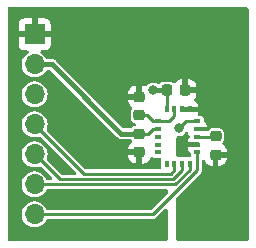
<source format=gbr>
%TF.GenerationSoftware,KiCad,Pcbnew,7.0.2-0*%
%TF.CreationDate,2023-06-08T14:15:14-07:00*%
%TF.ProjectId,ADXRS290BCEZ_gyro,41445852-5332-4393-9042-43455a5f6779,rev?*%
%TF.SameCoordinates,Original*%
%TF.FileFunction,Copper,L1,Top*%
%TF.FilePolarity,Positive*%
%FSLAX46Y46*%
G04 Gerber Fmt 4.6, Leading zero omitted, Abs format (unit mm)*
G04 Created by KiCad (PCBNEW 7.0.2-0) date 2023-06-08 14:15:14*
%MOMM*%
%LPD*%
G01*
G04 APERTURE LIST*
G04 Aperture macros list*
%AMRoundRect*
0 Rectangle with rounded corners*
0 $1 Rounding radius*
0 $2 $3 $4 $5 $6 $7 $8 $9 X,Y pos of 4 corners*
0 Add a 4 corners polygon primitive as box body*
4,1,4,$2,$3,$4,$5,$6,$7,$8,$9,$2,$3,0*
0 Add four circle primitives for the rounded corners*
1,1,$1+$1,$2,$3*
1,1,$1+$1,$4,$5*
1,1,$1+$1,$6,$7*
1,1,$1+$1,$8,$9*
0 Add four rect primitives between the rounded corners*
20,1,$1+$1,$2,$3,$4,$5,0*
20,1,$1+$1,$4,$5,$6,$7,0*
20,1,$1+$1,$6,$7,$8,$9,0*
20,1,$1+$1,$8,$9,$2,$3,0*%
G04 Aperture macros list end*
%TA.AperFunction,SMDPad,CuDef*%
%ADD10RoundRect,0.225000X0.250000X-0.225000X0.250000X0.225000X-0.250000X0.225000X-0.250000X-0.225000X0*%
%TD*%
%TA.AperFunction,SMDPad,CuDef*%
%ADD11R,0.600000X0.400000*%
%TD*%
%TA.AperFunction,SMDPad,CuDef*%
%ADD12R,0.400000X0.600000*%
%TD*%
%TA.AperFunction,SMDPad,CuDef*%
%ADD13RoundRect,0.225000X-0.250000X0.225000X-0.250000X-0.225000X0.250000X-0.225000X0.250000X0.225000X0*%
%TD*%
%TA.AperFunction,SMDPad,CuDef*%
%ADD14RoundRect,0.225000X-0.225000X-0.250000X0.225000X-0.250000X0.225000X0.250000X-0.225000X0.250000X0*%
%TD*%
%TA.AperFunction,ComponentPad*%
%ADD15R,1.700000X1.700000*%
%TD*%
%TA.AperFunction,ComponentPad*%
%ADD16O,1.700000X1.700000*%
%TD*%
%TA.AperFunction,ViaPad*%
%ADD17C,0.800000*%
%TD*%
%TA.AperFunction,Conductor*%
%ADD18C,0.250000*%
%TD*%
%TA.AperFunction,Conductor*%
%ADD19C,0.400000*%
%TD*%
G04 APERTURE END LIST*
D10*
%TO.P,Ccp1,1*%
%TO.N,GND*%
X143357600Y-99225400D03*
%TO.P,Ccp1,2*%
%TO.N,Net-(ADXRS290BCEZ1-CP)*%
X143357600Y-97675400D03*
%TD*%
D11*
%TO.P,ADXRS290BCEZ1,1,VREG*%
%TO.N,Net-(ADXRS290BCEZ1-VREG-Pad1)*%
X138507200Y-96388400D03*
%TO.P,ADXRS290BCEZ1,2,VDD*%
%TO.N,Net-(ADXRS290BCEZ1-VDD)*%
X138507200Y-97038400D03*
%TO.P,ADXRS290BCEZ1,3,AST*%
%TO.N,unconnected-(ADXRS290BCEZ1-AST-Pad3)*%
X138507200Y-97688400D03*
%TO.P,ADXRS290BCEZ1,4,SENS*%
%TO.N,unconnected-(ADXRS290BCEZ1-SENS-Pad4)*%
X138507200Y-98388400D03*
%TO.P,ADXRS290BCEZ1,5,PDMX*%
%TO.N,unconnected-(ADXRS290BCEZ1-PDMX-Pad5)*%
X138507200Y-99038400D03*
D12*
%TO.P,ADXRS290BCEZ1,6,PDMY*%
%TO.N,unconnected-(ADXRS290BCEZ1-PDMY-Pad6)*%
X139207200Y-99988400D03*
%TO.P,ADXRS290BCEZ1,7,CS*%
%TO.N,Net-(ADXRS290BCEZ1-CS)*%
X139857200Y-99988400D03*
%TO.P,ADXRS290BCEZ1,8,MISO*%
%TO.N,Net-(ADXRS290BCEZ1-MISO)*%
X140507200Y-99988400D03*
%TO.P,ADXRS290BCEZ1,9,MOSI*%
%TO.N,Net-(ADXRS290BCEZ1-MOSI)*%
X141157200Y-99988400D03*
D11*
%TO.P,ADXRS290BCEZ1,10,SCLK*%
%TO.N,Net-(ADXRS290BCEZ1-SCLK)*%
X141807200Y-99038400D03*
%TO.P,ADXRS290BCEZ1,11,SYNC/ASEL*%
%TO.N,GND*%
X141807200Y-98388400D03*
%TO.P,ADXRS290BCEZ1,12,CP*%
%TO.N,Net-(ADXRS290BCEZ1-CP)*%
X141807200Y-97688400D03*
%TO.P,ADXRS290BCEZ1,13,GND*%
%TO.N,GND*%
X141807200Y-97038400D03*
%TO.P,ADXRS290BCEZ1,14,VS*%
%TO.N,Net-(U1-Vs)*%
X141807200Y-96388400D03*
D12*
%TO.P,ADXRS290BCEZ1,15,GND*%
%TO.N,GND*%
X141157200Y-95388400D03*
%TO.P,ADXRS290BCEZ1,16,GND*%
X140507200Y-95388400D03*
%TO.P,ADXRS290BCEZ1,17,VREG*%
%TO.N,Net-(ADXRS290BCEZ1-VREG-Pad1)*%
X139857200Y-95388400D03*
%TO.P,ADXRS290BCEZ1,18,VS*%
%TO.N,Net-(U1-Vs)*%
X139207200Y-95388400D03*
%TD*%
D13*
%TO.P,Cio1,1*%
%TO.N,Net-(ADXRS290BCEZ1-VDD)*%
X136906000Y-97472200D03*
%TO.P,Cio1,2*%
%TO.N,GND*%
X136906000Y-99022200D03*
%TD*%
D10*
%TO.P,Creg1,1*%
%TO.N,Net-(ADXRS290BCEZ1-VREG-Pad1)*%
X136906000Y-95872600D03*
%TO.P,Creg1,2*%
%TO.N,GND*%
X136906000Y-94322600D03*
%TD*%
D14*
%TO.P,Cs1,1*%
%TO.N,Net-(U1-Vs)*%
X139229800Y-93776800D03*
%TO.P,Cs1,2*%
%TO.N,GND*%
X140779800Y-93776800D03*
%TD*%
D15*
%TO.P,U1,1,GND*%
%TO.N,GND*%
X128036200Y-89042800D03*
D16*
%TO.P,U1,2,Vdd*%
%TO.N,Net-(ADXRS290BCEZ1-VDD)*%
X128036200Y-91582800D03*
%TO.P,U1,3,Vs*%
%TO.N,Net-(U1-Vs)*%
X128036200Y-94122800D03*
%TO.P,U1,4,CS*%
%TO.N,Net-(ADXRS290BCEZ1-CS)*%
X128036200Y-96662800D03*
%TO.P,U1,5,MISO*%
%TO.N,Net-(ADXRS290BCEZ1-MISO)*%
X128036200Y-99202800D03*
%TO.P,U1,6,MOSI*%
%TO.N,Net-(ADXRS290BCEZ1-MOSI)*%
X128036200Y-101742800D03*
%TO.P,U1,7,SCLK*%
%TO.N,Net-(ADXRS290BCEZ1-SCLK)*%
X128036200Y-104282800D03*
%TD*%
D17*
%TO.N,GND*%
X137900000Y-102800000D03*
X138450000Y-105500000D03*
X135300000Y-94300000D03*
X135400000Y-99000000D03*
X143350000Y-100800000D03*
X140650000Y-98350000D03*
X142450000Y-93750000D03*
X143300000Y-96300000D03*
%TO.N,Net-(U1-Vs)*%
X138074400Y-93776800D03*
X140250000Y-97000000D03*
%TD*%
D18*
%TO.N,Net-(ADXRS290BCEZ1-VREG-Pad1)*%
X139857200Y-95956400D02*
X139425200Y-96388400D01*
X137579400Y-95872600D02*
X136956800Y-95872600D01*
X139857200Y-95388400D02*
X139857200Y-95956400D01*
X138507200Y-96388400D02*
X138095200Y-96388400D01*
X139425200Y-96388400D02*
X138507200Y-96388400D01*
X138095200Y-96388400D02*
X137579400Y-95872600D01*
D19*
%TO.N,Net-(ADXRS290BCEZ1-VDD)*%
X136919000Y-97434400D02*
X136956800Y-97472200D01*
X129532800Y-91582800D02*
X135384400Y-97434400D01*
D18*
X138064000Y-97038400D02*
X138507200Y-97038400D01*
D19*
X128036200Y-91582800D02*
X129532800Y-91582800D01*
X135384400Y-97434400D02*
X136919000Y-97434400D01*
D18*
X137630200Y-97472200D02*
X138064000Y-97038400D01*
X136956800Y-97472200D02*
X137630200Y-97472200D01*
%TO.N,Net-(ADXRS290BCEZ1-CS)*%
X139857200Y-100538400D02*
X139857200Y-99988400D01*
X128036200Y-96662800D02*
X128036200Y-96692600D01*
X132186400Y-100842800D02*
X139552800Y-100842800D01*
X139552800Y-100842800D02*
X139857200Y-100538400D01*
X128036200Y-96692600D02*
X132186400Y-100842800D01*
%TO.N,Net-(ADXRS290BCEZ1-MISO)*%
X139753200Y-101292800D02*
X140507200Y-100538800D01*
X140507200Y-100538800D02*
X140507200Y-99988400D01*
X130147200Y-101292800D02*
X139753200Y-101292800D01*
X128036200Y-99202800D02*
X128057200Y-99202800D01*
X128057200Y-99202800D02*
X130147200Y-101292800D01*
%TO.N,Net-(ADXRS290BCEZ1-MOSI)*%
X128036200Y-101742800D02*
X139963600Y-101742800D01*
X139963600Y-101742800D02*
X141157200Y-100549200D01*
X141157200Y-100549200D02*
X141157200Y-99988400D01*
%TO.N,Net-(ADXRS290BCEZ1-SCLK)*%
X138084000Y-104282800D02*
X141807200Y-100559600D01*
X128036200Y-104282800D02*
X138084000Y-104282800D01*
X141807200Y-100559600D02*
X141807200Y-99038400D01*
%TO.N,GND*%
X142561600Y-97038400D02*
X143300000Y-96300000D01*
X141807200Y-97038400D02*
X142561600Y-97038400D01*
X140507200Y-95388400D02*
X141157200Y-95388400D01*
%TO.N,Net-(ADXRS290BCEZ1-CP)*%
X143344600Y-97688400D02*
X143357600Y-97675400D01*
X141807200Y-97688400D02*
X143344600Y-97688400D01*
%TO.N,Net-(U1-Vs)*%
X139207200Y-95388400D02*
X139207200Y-93799400D01*
X140250000Y-97000000D02*
X140861600Y-96388400D01*
X140861600Y-96388400D02*
X141807200Y-96388400D01*
D19*
X138074400Y-93776800D02*
X139229800Y-93776800D01*
D18*
X139207200Y-93799400D02*
X139229800Y-93776800D01*
%TD*%
%TA.AperFunction,Conductor*%
%TO.N,GND*%
G36*
X146092539Y-86770185D02*
G01*
X146138294Y-86822989D01*
X146149500Y-86874500D01*
X146149500Y-106375500D01*
X146129815Y-106442539D01*
X146077011Y-106488294D01*
X146025500Y-106499500D01*
X140174000Y-106499500D01*
X140106961Y-106479815D01*
X140061206Y-106427011D01*
X140050000Y-106375500D01*
X140050000Y-102899199D01*
X140069685Y-102832160D01*
X140086319Y-102811518D01*
X140951954Y-101945883D01*
X142036092Y-100861744D01*
X142055943Y-100845624D01*
X142065036Y-100839684D01*
X142084480Y-100814701D01*
X142094653Y-100803184D01*
X142094720Y-100803118D01*
X142106819Y-100786170D01*
X142109841Y-100782115D01*
X142142009Y-100740789D01*
X142142010Y-100740785D01*
X142146866Y-100734547D01*
X142146953Y-100734378D01*
X142149208Y-100726800D01*
X142149210Y-100726799D01*
X142164151Y-100676609D01*
X142165679Y-100671838D01*
X142182700Y-100622260D01*
X142182700Y-100622255D01*
X142185260Y-100614799D01*
X142185293Y-100614570D01*
X142184967Y-100606690D01*
X142184968Y-100606688D01*
X142182805Y-100554406D01*
X142182700Y-100549284D01*
X142182700Y-99732560D01*
X142202385Y-99665521D01*
X142255189Y-99619766D01*
X142324347Y-99609822D01*
X142387903Y-99638847D01*
X142424406Y-99693557D01*
X142446053Y-99758885D01*
X142535026Y-99903132D01*
X142654867Y-100022973D01*
X142799113Y-100111946D01*
X142959993Y-100165256D01*
X143056135Y-100175078D01*
X143062452Y-100175399D01*
X143107599Y-100175399D01*
X143107600Y-100175398D01*
X143107600Y-99475400D01*
X143607600Y-99475400D01*
X143607600Y-100175399D01*
X143652765Y-100175399D01*
X143659047Y-100175078D01*
X143755205Y-100165256D01*
X143916086Y-100111946D01*
X144060332Y-100022973D01*
X144180173Y-99903132D01*
X144269146Y-99758886D01*
X144322456Y-99598006D01*
X144332280Y-99501845D01*
X144332600Y-99495567D01*
X144332600Y-99475400D01*
X143607600Y-99475400D01*
X143107600Y-99475400D01*
X143107600Y-99099400D01*
X143127285Y-99032361D01*
X143180089Y-98986606D01*
X143231600Y-98975400D01*
X144332599Y-98975400D01*
X144332599Y-98955234D01*
X144332278Y-98948952D01*
X144322456Y-98852794D01*
X144269146Y-98691913D01*
X144180173Y-98547667D01*
X144060333Y-98427827D01*
X144002330Y-98392050D01*
X143955606Y-98340102D01*
X143944385Y-98271139D01*
X143968161Y-98212202D01*
X143984859Y-98189897D01*
X144029228Y-98130626D01*
X144077012Y-98002514D01*
X144083100Y-97945885D01*
X144083099Y-97404916D01*
X144077012Y-97348286D01*
X144029228Y-97220174D01*
X144023099Y-97211986D01*
X143947287Y-97110712D01*
X143837826Y-97028772D01*
X143709716Y-96980988D01*
X143656370Y-96975253D01*
X143656367Y-96975252D01*
X143653085Y-96974900D01*
X143649774Y-96974900D01*
X143065427Y-96974900D01*
X143065408Y-96974900D01*
X143062116Y-96974901D01*
X143058838Y-96975253D01*
X143058825Y-96975254D01*
X143005482Y-96980988D01*
X142877374Y-97028771D01*
X142767912Y-97110712D01*
X142709525Y-97188710D01*
X142653592Y-97230582D01*
X142610258Y-97238400D01*
X142146599Y-97238400D01*
X142141522Y-97237900D01*
X142131874Y-97237900D01*
X141731200Y-97237900D01*
X141664161Y-97218215D01*
X141618406Y-97165411D01*
X141607200Y-97113900D01*
X141607200Y-96962900D01*
X141626885Y-96895861D01*
X141679689Y-96850106D01*
X141731200Y-96838900D01*
X142141522Y-96838900D01*
X142146599Y-96838400D01*
X142607200Y-96838400D01*
X142607200Y-96793881D01*
X142606845Y-96787267D01*
X142600799Y-96731028D01*
X142550552Y-96596310D01*
X142464388Y-96481210D01*
X142407389Y-96438541D01*
X142365518Y-96382607D01*
X142357700Y-96339274D01*
X142357700Y-96163725D01*
X142343166Y-96090661D01*
X142343166Y-96090660D01*
X142287801Y-96007799D01*
X142204940Y-95952434D01*
X142204939Y-95952433D01*
X142204938Y-95952433D01*
X142131875Y-95937900D01*
X142131874Y-95937900D01*
X141973564Y-95937900D01*
X141906525Y-95918215D01*
X141860770Y-95865411D01*
X141850275Y-95800644D01*
X141856845Y-95739530D01*
X141857200Y-95732918D01*
X141857200Y-95588400D01*
X140431700Y-95588400D01*
X140364661Y-95568715D01*
X140318906Y-95515911D01*
X140307700Y-95464400D01*
X140307700Y-95312400D01*
X140327385Y-95245361D01*
X140380189Y-95199606D01*
X140431700Y-95188400D01*
X141857200Y-95188400D01*
X141857200Y-95043881D01*
X141856845Y-95037267D01*
X141850799Y-94981028D01*
X141800552Y-94846310D01*
X141714389Y-94731211D01*
X141605172Y-94649452D01*
X141563301Y-94593518D01*
X141558317Y-94523827D01*
X141573945Y-94485087D01*
X141666346Y-94335283D01*
X141719656Y-94174406D01*
X141729480Y-94078245D01*
X141729800Y-94071967D01*
X141729800Y-94026800D01*
X140653800Y-94026800D01*
X140586761Y-94007115D01*
X140541006Y-93954311D01*
X140529800Y-93902800D01*
X140529800Y-92801800D01*
X141029800Y-92801800D01*
X141029800Y-93526800D01*
X141729799Y-93526800D01*
X141729799Y-93481634D01*
X141729478Y-93475352D01*
X141719656Y-93379194D01*
X141666346Y-93218313D01*
X141577373Y-93074067D01*
X141457532Y-92954226D01*
X141313286Y-92865253D01*
X141152406Y-92811943D01*
X141056245Y-92802119D01*
X141049968Y-92801800D01*
X141029800Y-92801800D01*
X140529800Y-92801800D01*
X140509636Y-92801800D01*
X140503350Y-92802121D01*
X140407194Y-92811943D01*
X140246313Y-92865253D01*
X140102067Y-92954226D01*
X139982227Y-93074066D01*
X139946450Y-93132069D01*
X139894501Y-93178793D01*
X139825538Y-93190014D01*
X139766602Y-93166239D01*
X139763749Y-93164103D01*
X139685026Y-93105172D01*
X139667403Y-93098599D01*
X139556916Y-93057388D01*
X139503570Y-93051653D01*
X139503567Y-93051652D01*
X139500285Y-93051300D01*
X139496974Y-93051300D01*
X138962627Y-93051300D01*
X138962608Y-93051300D01*
X138959316Y-93051301D01*
X138956038Y-93051653D01*
X138956025Y-93051654D01*
X138902682Y-93057388D01*
X138774574Y-93105171D01*
X138665114Y-93187111D01*
X138636010Y-93225990D01*
X138580076Y-93267861D01*
X138510385Y-93272845D01*
X138454518Y-93244496D01*
X138446641Y-93237518D01*
X138446640Y-93237517D01*
X138356132Y-93190014D01*
X138306764Y-93164103D01*
X138153385Y-93126300D01*
X137995415Y-93126300D01*
X137842035Y-93164103D01*
X137702161Y-93237516D01*
X137583914Y-93342272D01*
X137561809Y-93374298D01*
X137507526Y-93418288D01*
X137438078Y-93425947D01*
X137420756Y-93421563D01*
X137303606Y-93382743D01*
X137207445Y-93372919D01*
X137201168Y-93372600D01*
X137156000Y-93372600D01*
X137156000Y-94448600D01*
X137136315Y-94515639D01*
X137083511Y-94561394D01*
X137032000Y-94572600D01*
X135931001Y-94572600D01*
X135931001Y-94592765D01*
X135931321Y-94599047D01*
X135941143Y-94695205D01*
X135994453Y-94856086D01*
X136083426Y-95000332D01*
X136203267Y-95120173D01*
X136261268Y-95155949D01*
X136307993Y-95207897D01*
X136319214Y-95276859D01*
X136295439Y-95335796D01*
X136234371Y-95417373D01*
X136186588Y-95545483D01*
X136183630Y-95572997D01*
X136180500Y-95602115D01*
X136180500Y-95605424D01*
X136180500Y-95605425D01*
X136180500Y-96139772D01*
X136180500Y-96139790D01*
X136180501Y-96143084D01*
X136180853Y-96146362D01*
X136180854Y-96146374D01*
X136186588Y-96199717D01*
X136234371Y-96327825D01*
X136316312Y-96437287D01*
X136398252Y-96498626D01*
X136425774Y-96519228D01*
X136482311Y-96540315D01*
X136524948Y-96556219D01*
X136580881Y-96598090D01*
X136605297Y-96663555D01*
X136590445Y-96731828D01*
X136541039Y-96781233D01*
X136524948Y-96788581D01*
X136425773Y-96825572D01*
X136316313Y-96907511D01*
X136296329Y-96934209D01*
X136240396Y-96976081D01*
X136197061Y-96983900D01*
X135622366Y-96983900D01*
X135555327Y-96964215D01*
X135534685Y-96947581D01*
X132659703Y-94072600D01*
X135931000Y-94072600D01*
X136656000Y-94072600D01*
X136656000Y-93372600D01*
X136610835Y-93372600D01*
X136604551Y-93372921D01*
X136508394Y-93382743D01*
X136347513Y-93436053D01*
X136203267Y-93525026D01*
X136083426Y-93644867D01*
X135994453Y-93789113D01*
X135941143Y-93949993D01*
X135931319Y-94046154D01*
X135931000Y-94052432D01*
X135931000Y-94072600D01*
X132659703Y-94072600D01*
X129874168Y-91287065D01*
X129864902Y-91276697D01*
X129842679Y-91248830D01*
X129795408Y-91216600D01*
X129791670Y-91213948D01*
X129740835Y-91176429D01*
X129736224Y-91174102D01*
X129675849Y-91155479D01*
X129671444Y-91154030D01*
X129611823Y-91133168D01*
X129606714Y-91132300D01*
X129600702Y-91132300D01*
X129543538Y-91132300D01*
X129538901Y-91132213D01*
X129475770Y-91129850D01*
X129457165Y-91132300D01*
X129118040Y-91132300D01*
X129051001Y-91112615D01*
X129007040Y-91063571D01*
X128975873Y-91000979D01*
X128975872Y-91000979D01*
X128852963Y-90838219D01*
X128702243Y-90700820D01*
X128575310Y-90622227D01*
X128528675Y-90570199D01*
X128517571Y-90501217D01*
X128545524Y-90437183D01*
X128603659Y-90398427D01*
X128640588Y-90392800D01*
X128930718Y-90392800D01*
X128937332Y-90392445D01*
X128993571Y-90386399D01*
X129128289Y-90336152D01*
X129243388Y-90249988D01*
X129329552Y-90134889D01*
X129379799Y-90000171D01*
X129385845Y-89943932D01*
X129386200Y-89937318D01*
X129386200Y-89292800D01*
X128469886Y-89292800D01*
X128495693Y-89252644D01*
X128536200Y-89114689D01*
X128536200Y-88970911D01*
X128495693Y-88832956D01*
X128469886Y-88792800D01*
X129386200Y-88792800D01*
X129386200Y-88148281D01*
X129385845Y-88141667D01*
X129379799Y-88085428D01*
X129329552Y-87950710D01*
X129243388Y-87835611D01*
X129128289Y-87749447D01*
X128993571Y-87699200D01*
X128937332Y-87693154D01*
X128930718Y-87692800D01*
X128286200Y-87692800D01*
X128286200Y-88607298D01*
X128178515Y-88558120D01*
X128071963Y-88542800D01*
X128000437Y-88542800D01*
X127893885Y-88558120D01*
X127786199Y-88607298D01*
X127786200Y-87692800D01*
X127141682Y-87692800D01*
X127135067Y-87693154D01*
X127078828Y-87699200D01*
X126944110Y-87749447D01*
X126829011Y-87835611D01*
X126742847Y-87950710D01*
X126692600Y-88085428D01*
X126686554Y-88141667D01*
X126686200Y-88148281D01*
X126686200Y-88792800D01*
X127602514Y-88792800D01*
X127576707Y-88832956D01*
X127536200Y-88970911D01*
X127536200Y-89114689D01*
X127576707Y-89252644D01*
X127602514Y-89292800D01*
X126686200Y-89292800D01*
X126686200Y-89937318D01*
X126686554Y-89943932D01*
X126692600Y-90000171D01*
X126742847Y-90134889D01*
X126829011Y-90249988D01*
X126944110Y-90336152D01*
X127078828Y-90386399D01*
X127135067Y-90392445D01*
X127141682Y-90392800D01*
X127431812Y-90392800D01*
X127498851Y-90412485D01*
X127544606Y-90465289D01*
X127554550Y-90534447D01*
X127525525Y-90598003D01*
X127497090Y-90622227D01*
X127370156Y-90700820D01*
X127219436Y-90838219D01*
X127096524Y-91000981D01*
X127005618Y-91183548D01*
X126949802Y-91379716D01*
X126930985Y-91582800D01*
X126949802Y-91785883D01*
X127005618Y-91982051D01*
X127096524Y-92164618D01*
X127219436Y-92327380D01*
X127370158Y-92464781D01*
X127543561Y-92572147D01*
X127543563Y-92572148D01*
X127733744Y-92645824D01*
X127934224Y-92683300D01*
X127934226Y-92683300D01*
X128138174Y-92683300D01*
X128138176Y-92683300D01*
X128338656Y-92645824D01*
X128528837Y-92572148D01*
X128702241Y-92464781D01*
X128852964Y-92327379D01*
X128975873Y-92164621D01*
X129007040Y-92102028D01*
X129054542Y-92050792D01*
X129118040Y-92033300D01*
X129294834Y-92033300D01*
X129361873Y-92052985D01*
X129382515Y-92069619D01*
X135043030Y-97730133D01*
X135052296Y-97740501D01*
X135074520Y-97768369D01*
X135121764Y-97800580D01*
X135125541Y-97803260D01*
X135171263Y-97837005D01*
X135176373Y-97840776D01*
X135180968Y-97843095D01*
X135186725Y-97844870D01*
X135186727Y-97844872D01*
X135206050Y-97850832D01*
X135241380Y-97861730D01*
X135245771Y-97863174D01*
X135299701Y-97882046D01*
X135299702Y-97882046D01*
X135305389Y-97884036D01*
X135310473Y-97884900D01*
X135316498Y-97884900D01*
X135373662Y-97884900D01*
X135378299Y-97884987D01*
X135435410Y-97887124D01*
X135435410Y-97887123D01*
X135441429Y-97887349D01*
X135460035Y-97884900D01*
X136140468Y-97884900D01*
X136207507Y-97904585D01*
X136239734Y-97934589D01*
X136250649Y-97949170D01*
X136295439Y-98009003D01*
X136319855Y-98074467D01*
X136305003Y-98142740D01*
X136261269Y-98188850D01*
X136203266Y-98224627D01*
X136083426Y-98344467D01*
X135994453Y-98488713D01*
X135941143Y-98649593D01*
X135931319Y-98745754D01*
X135931000Y-98752032D01*
X135931000Y-98772200D01*
X137032000Y-98772200D01*
X137099039Y-98791885D01*
X137144794Y-98844689D01*
X137156000Y-98896200D01*
X137156000Y-99972199D01*
X137201165Y-99972199D01*
X137207447Y-99971878D01*
X137303605Y-99962056D01*
X137464486Y-99908746D01*
X137608732Y-99819773D01*
X137728573Y-99699932D01*
X137817546Y-99555685D01*
X137841309Y-99483973D01*
X137881081Y-99426528D01*
X137945596Y-99399704D01*
X138014372Y-99412018D01*
X138027897Y-99419868D01*
X138109460Y-99474366D01*
X138131696Y-99478789D01*
X138182525Y-99488900D01*
X138640381Y-99488900D01*
X138707420Y-99508585D01*
X138753175Y-99561389D01*
X138763119Y-99630547D01*
X138761998Y-99637092D01*
X138756700Y-99663725D01*
X138756700Y-100313076D01*
X138757900Y-100319109D01*
X138751673Y-100388700D01*
X138708810Y-100443878D01*
X138642920Y-100467122D01*
X138636283Y-100467300D01*
X132393299Y-100467300D01*
X132326260Y-100447615D01*
X132305618Y-100430981D01*
X131146837Y-99272200D01*
X135931001Y-99272200D01*
X135931001Y-99292365D01*
X135931321Y-99298647D01*
X135941143Y-99394805D01*
X135994453Y-99555686D01*
X136083426Y-99699932D01*
X136203267Y-99819773D01*
X136347513Y-99908746D01*
X136508393Y-99962056D01*
X136604535Y-99971878D01*
X136610852Y-99972199D01*
X136655999Y-99972199D01*
X136656000Y-99972198D01*
X136656000Y-99272200D01*
X135931001Y-99272200D01*
X131146837Y-99272200D01*
X129086624Y-97211986D01*
X129053139Y-97150663D01*
X129058123Y-97080971D01*
X129063306Y-97069031D01*
X129064279Y-97067075D01*
X129066782Y-97062050D01*
X129122597Y-96865883D01*
X129141415Y-96662800D01*
X129122597Y-96459717D01*
X129120945Y-96453912D01*
X129091237Y-96349500D01*
X129066782Y-96263550D01*
X129053305Y-96236484D01*
X128975875Y-96080981D01*
X128852963Y-95918219D01*
X128702241Y-95780818D01*
X128528838Y-95673452D01*
X128338657Y-95599776D01*
X128260039Y-95585080D01*
X128138176Y-95562300D01*
X127934224Y-95562300D01*
X127833984Y-95581038D01*
X127733742Y-95599776D01*
X127543561Y-95673452D01*
X127370158Y-95780818D01*
X127219436Y-95918219D01*
X127096524Y-96080981D01*
X127005618Y-96263548D01*
X126949802Y-96459716D01*
X126930985Y-96662799D01*
X126949802Y-96865883D01*
X127005618Y-97062051D01*
X127096524Y-97244618D01*
X127219436Y-97407380D01*
X127370158Y-97544781D01*
X127540901Y-97650500D01*
X127543563Y-97652148D01*
X127733744Y-97725824D01*
X127934224Y-97763300D01*
X127934226Y-97763300D01*
X128138174Y-97763300D01*
X128138176Y-97763300D01*
X128338656Y-97725824D01*
X128407274Y-97699240D01*
X128476897Y-97693378D01*
X128538637Y-97726087D01*
X128539749Y-97727186D01*
X131518182Y-100705619D01*
X131551667Y-100766942D01*
X131546683Y-100836634D01*
X131504811Y-100892567D01*
X131439347Y-100916984D01*
X131430501Y-100917300D01*
X130354100Y-100917300D01*
X130287061Y-100897615D01*
X130266419Y-100880981D01*
X129100745Y-99715307D01*
X129067260Y-99653984D01*
X129069160Y-99593691D01*
X129070023Y-99590660D01*
X129122597Y-99405883D01*
X129141415Y-99202800D01*
X129122597Y-98999717D01*
X129066782Y-98803550D01*
X129051172Y-98772200D01*
X128975875Y-98620981D01*
X128852963Y-98458219D01*
X128702241Y-98320818D01*
X128528838Y-98213452D01*
X128338657Y-98139776D01*
X128226593Y-98118828D01*
X128138176Y-98102300D01*
X127934224Y-98102300D01*
X127845807Y-98118828D01*
X127733742Y-98139776D01*
X127543561Y-98213452D01*
X127370158Y-98320818D01*
X127219436Y-98458219D01*
X127096524Y-98620981D01*
X127005618Y-98803548D01*
X126949802Y-98999716D01*
X126930985Y-99202800D01*
X126949802Y-99405883D01*
X127005618Y-99602051D01*
X127096524Y-99784618D01*
X127219436Y-99947380D01*
X127370158Y-100084781D01*
X127516512Y-100175399D01*
X127543563Y-100192148D01*
X127733744Y-100265824D01*
X127934224Y-100303300D01*
X127934226Y-100303300D01*
X128138174Y-100303300D01*
X128138176Y-100303300D01*
X128338656Y-100265824D01*
X128443889Y-100225055D01*
X128513512Y-100219193D01*
X128575252Y-100251902D01*
X128576364Y-100253001D01*
X129478982Y-101155619D01*
X129512467Y-101216942D01*
X129507483Y-101286634D01*
X129465611Y-101342567D01*
X129400147Y-101366984D01*
X129391301Y-101367300D01*
X129155386Y-101367300D01*
X129088347Y-101347615D01*
X129044386Y-101298571D01*
X128975875Y-101160981D01*
X128852963Y-100998219D01*
X128702241Y-100860818D01*
X128528838Y-100753452D01*
X128338657Y-100679776D01*
X128271829Y-100667284D01*
X128138176Y-100642300D01*
X127934224Y-100642300D01*
X127833984Y-100661038D01*
X127733742Y-100679776D01*
X127543561Y-100753452D01*
X127370158Y-100860818D01*
X127219436Y-100998219D01*
X127096524Y-101160981D01*
X127005618Y-101343548D01*
X126949802Y-101539716D01*
X126930985Y-101742800D01*
X126949802Y-101945883D01*
X127005618Y-102142051D01*
X127096524Y-102324618D01*
X127219436Y-102487380D01*
X127370158Y-102624781D01*
X127543561Y-102732147D01*
X127543563Y-102732148D01*
X127733744Y-102805824D01*
X127934224Y-102843300D01*
X127934226Y-102843300D01*
X128138174Y-102843300D01*
X128138176Y-102843300D01*
X128338656Y-102805824D01*
X128528837Y-102732148D01*
X128702241Y-102624781D01*
X128852964Y-102487379D01*
X128975873Y-102324621D01*
X128975873Y-102324619D01*
X128975875Y-102324618D01*
X129044386Y-102187029D01*
X129091888Y-102135792D01*
X129155386Y-102118300D01*
X139176000Y-102118300D01*
X139243039Y-102137985D01*
X139288794Y-102190789D01*
X139300000Y-102242300D01*
X139300000Y-102484400D01*
X139280315Y-102551439D01*
X139263681Y-102572081D01*
X137964781Y-103870981D01*
X137903458Y-103904466D01*
X137877100Y-103907300D01*
X129155386Y-103907300D01*
X129088347Y-103887615D01*
X129044386Y-103838571D01*
X128975875Y-103700981D01*
X128852963Y-103538219D01*
X128702241Y-103400818D01*
X128528838Y-103293452D01*
X128338657Y-103219776D01*
X128271829Y-103207284D01*
X128138176Y-103182300D01*
X127934224Y-103182300D01*
X127833984Y-103201038D01*
X127733742Y-103219776D01*
X127543561Y-103293452D01*
X127370158Y-103400818D01*
X127219436Y-103538219D01*
X127096524Y-103700981D01*
X127005618Y-103883548D01*
X126949802Y-104079716D01*
X126930985Y-104282799D01*
X126949802Y-104485883D01*
X127005618Y-104682051D01*
X127096524Y-104864618D01*
X127219436Y-105027380D01*
X127370158Y-105164781D01*
X127543561Y-105272147D01*
X127543563Y-105272148D01*
X127733744Y-105345824D01*
X127934224Y-105383300D01*
X127934226Y-105383300D01*
X128138174Y-105383300D01*
X128138176Y-105383300D01*
X128338656Y-105345824D01*
X128528837Y-105272148D01*
X128702241Y-105164781D01*
X128852964Y-105027379D01*
X128975873Y-104864621D01*
X128975873Y-104864619D01*
X128975875Y-104864618D01*
X129044386Y-104727029D01*
X129091888Y-104675792D01*
X129155386Y-104658300D01*
X138032195Y-104658300D01*
X138057641Y-104660939D01*
X138061440Y-104661735D01*
X138068268Y-104663167D01*
X138098138Y-104659443D01*
X138099677Y-104659252D01*
X138115014Y-104658300D01*
X138115111Y-104658300D01*
X138115114Y-104658300D01*
X138135643Y-104654873D01*
X138140659Y-104654142D01*
X138192626Y-104647666D01*
X138192628Y-104647664D01*
X138200457Y-104646689D01*
X138200666Y-104646622D01*
X138207607Y-104642865D01*
X138207610Y-104642865D01*
X138253666Y-104617940D01*
X138258144Y-104615635D01*
X138305211Y-104592626D01*
X138305212Y-104592624D01*
X138312308Y-104589156D01*
X138312476Y-104589030D01*
X138317824Y-104583219D01*
X138317826Y-104583219D01*
X138353294Y-104544689D01*
X138356795Y-104541040D01*
X139088320Y-103809516D01*
X139149642Y-103776032D01*
X139219334Y-103781016D01*
X139275267Y-103822888D01*
X139299684Y-103888352D01*
X139300000Y-103897198D01*
X139300000Y-106375500D01*
X139280315Y-106442539D01*
X139227511Y-106488294D01*
X139176000Y-106499500D01*
X125874500Y-106499500D01*
X125807461Y-106479815D01*
X125761706Y-106427011D01*
X125750500Y-106375500D01*
X125750500Y-94122799D01*
X126930985Y-94122799D01*
X126949802Y-94325883D01*
X127005618Y-94522051D01*
X127096524Y-94704618D01*
X127219436Y-94867380D01*
X127370158Y-95004781D01*
X127543561Y-95112147D01*
X127543563Y-95112148D01*
X127733744Y-95185824D01*
X127934224Y-95223300D01*
X127934226Y-95223300D01*
X128138174Y-95223300D01*
X128138176Y-95223300D01*
X128338656Y-95185824D01*
X128528837Y-95112148D01*
X128702241Y-95004781D01*
X128852964Y-94867379D01*
X128975873Y-94704621D01*
X128975873Y-94704619D01*
X128975875Y-94704618D01*
X129065897Y-94523827D01*
X129066782Y-94522050D01*
X129122597Y-94325883D01*
X129141415Y-94122800D01*
X129122597Y-93919717D01*
X129066782Y-93723550D01*
X129015212Y-93619982D01*
X128975875Y-93540981D01*
X128852963Y-93378219D01*
X128702241Y-93240818D01*
X128528838Y-93133452D01*
X128338657Y-93059776D01*
X128271829Y-93047284D01*
X128138176Y-93022300D01*
X127934224Y-93022300D01*
X127833984Y-93041038D01*
X127733742Y-93059776D01*
X127543561Y-93133452D01*
X127370158Y-93240818D01*
X127219436Y-93378219D01*
X127096524Y-93540981D01*
X127005618Y-93723548D01*
X126949802Y-93919716D01*
X126930985Y-94122799D01*
X125750500Y-94122799D01*
X125750500Y-86874500D01*
X125770185Y-86807461D01*
X125822989Y-86761706D01*
X125874500Y-86750500D01*
X146025500Y-86750500D01*
X146092539Y-86770185D01*
G37*
%TD.AperFunction*%
%TA.AperFunction,Conductor*%
G36*
X140990466Y-97321716D02*
G01*
X141022402Y-97369369D01*
X141063847Y-97480489D01*
X141150011Y-97595590D01*
X141174783Y-97614134D01*
X141216653Y-97670068D01*
X141221637Y-97739760D01*
X141188151Y-97801082D01*
X141174783Y-97812666D01*
X141150011Y-97831209D01*
X141063847Y-97946310D01*
X141013600Y-98081028D01*
X141007554Y-98137267D01*
X141007200Y-98143881D01*
X141007200Y-98188400D01*
X141607200Y-98188400D01*
X141620381Y-98175219D01*
X141681704Y-98141734D01*
X141708062Y-98138900D01*
X141883200Y-98138900D01*
X141950239Y-98158585D01*
X141995994Y-98211389D01*
X142007200Y-98262900D01*
X142007200Y-98463900D01*
X141987515Y-98530939D01*
X141934711Y-98576694D01*
X141883200Y-98587900D01*
X141472878Y-98587900D01*
X141467801Y-98588400D01*
X141007200Y-98588400D01*
X141007200Y-98632918D01*
X141007554Y-98639532D01*
X141013600Y-98695771D01*
X141063847Y-98830489D01*
X141150011Y-98945590D01*
X141207010Y-98988258D01*
X141248882Y-99044191D01*
X141256700Y-99087525D01*
X141256700Y-99263074D01*
X141261998Y-99289708D01*
X141255771Y-99359299D01*
X141212909Y-99414477D01*
X141147019Y-99437722D01*
X141140381Y-99437900D01*
X140932524Y-99437900D01*
X140856389Y-99453044D01*
X140808006Y-99453044D01*
X140804940Y-99452434D01*
X140764637Y-99444417D01*
X140731875Y-99437900D01*
X140731874Y-99437900D01*
X140282526Y-99437900D01*
X140282524Y-99437900D01*
X140206390Y-99453044D01*
X140158006Y-99453044D01*
X140149807Y-99451413D01*
X140087897Y-99419027D01*
X140053323Y-99358311D01*
X140050000Y-99329796D01*
X140050000Y-97774500D01*
X140069685Y-97707461D01*
X140122489Y-97661706D01*
X140174000Y-97650500D01*
X140328985Y-97650500D01*
X140482365Y-97612696D01*
X140622240Y-97539283D01*
X140740483Y-97434530D01*
X140804170Y-97342262D01*
X140858453Y-97298273D01*
X140927901Y-97290613D01*
X140990466Y-97321716D01*
G37*
%TD.AperFunction*%
%TD*%
M02*

</source>
